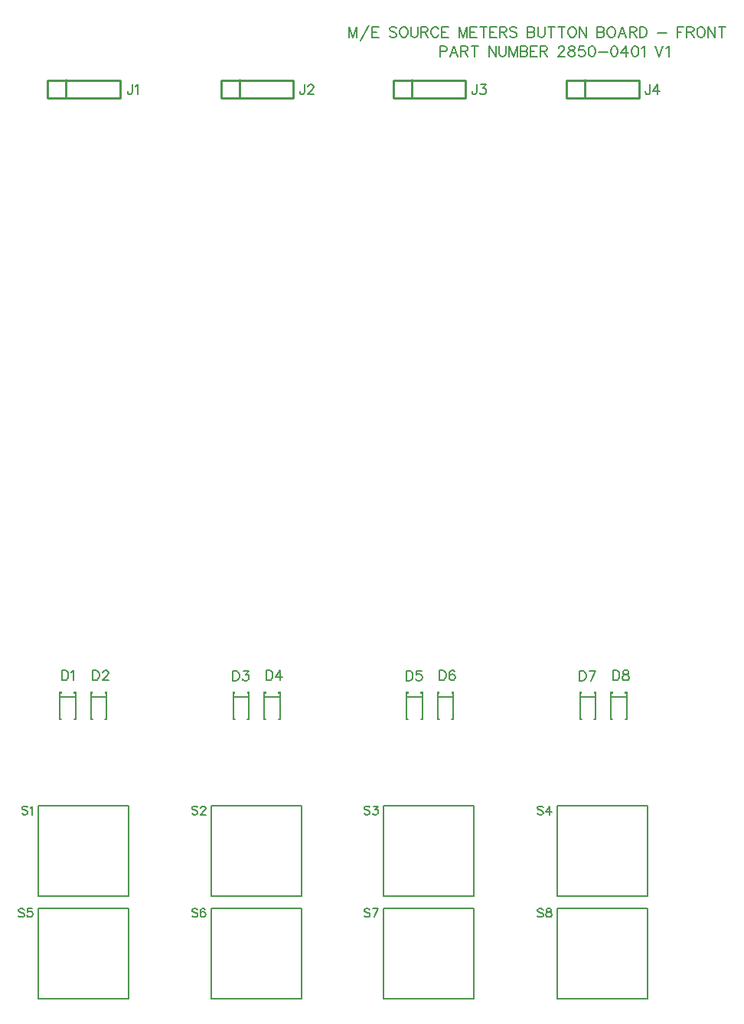
<source format=gto>
G04 Layer: TopSilkscreenLayer*
G04 EasyEDA v6.5.29, 2023-07-18 10:40:53*
G04 4c059b13f8394eaabd7c1ccd551ef848,5a6b42c53f6a479593ecc07194224c93,10*
G04 Gerber Generator version 0.2*
G04 Scale: 100 percent, Rotated: No, Reflected: No *
G04 Dimensions in millimeters *
G04 leading zeros omitted , absolute positions ,4 integer and 5 decimal *
%FSLAX45Y45*%
%MOMM*%

%ADD10C,0.2032*%
%ADD11C,0.1524*%
%ADD12C,0.1999*%
%ADD13C,0.2540*%

%LPD*%
D10*
X4635517Y11572349D02*
G01*
X4635517Y11457795D01*
X4635517Y11572349D02*
G01*
X4679205Y11457795D01*
X4722893Y11572349D02*
G01*
X4679205Y11457795D01*
X4722893Y11572349D02*
G01*
X4722893Y11457795D01*
X4857005Y11594193D02*
G01*
X4758707Y11419441D01*
X4893073Y11572349D02*
G01*
X4893073Y11457795D01*
X4893073Y11572349D02*
G01*
X4963939Y11572349D01*
X4893073Y11517739D02*
G01*
X4936507Y11517739D01*
X4893073Y11457795D02*
G01*
X4963939Y11457795D01*
X5160281Y11555839D02*
G01*
X5149359Y11566761D01*
X5132849Y11572349D01*
X5111259Y11572349D01*
X5094749Y11566761D01*
X5083827Y11555839D01*
X5083827Y11544917D01*
X5089415Y11533995D01*
X5094749Y11528661D01*
X5105671Y11523073D01*
X5138437Y11512405D01*
X5149359Y11506817D01*
X5154693Y11501483D01*
X5160281Y11490561D01*
X5160281Y11474051D01*
X5149359Y11463129D01*
X5132849Y11457795D01*
X5111259Y11457795D01*
X5094749Y11463129D01*
X5083827Y11474051D01*
X5228861Y11572349D02*
G01*
X5217939Y11566761D01*
X5207271Y11555839D01*
X5201683Y11544917D01*
X5196349Y11528661D01*
X5196349Y11501483D01*
X5201683Y11484973D01*
X5207271Y11474051D01*
X5217939Y11463129D01*
X5228861Y11457795D01*
X5250705Y11457795D01*
X5261627Y11463129D01*
X5272549Y11474051D01*
X5278137Y11484973D01*
X5283471Y11501483D01*
X5283471Y11528661D01*
X5278137Y11544917D01*
X5272549Y11555839D01*
X5261627Y11566761D01*
X5250705Y11572349D01*
X5228861Y11572349D01*
X5319539Y11572349D02*
G01*
X5319539Y11490561D01*
X5324873Y11474051D01*
X5335795Y11463129D01*
X5352305Y11457795D01*
X5363227Y11457795D01*
X5379483Y11463129D01*
X5390405Y11474051D01*
X5395993Y11490561D01*
X5395993Y11572349D01*
X5431807Y11572349D02*
G01*
X5431807Y11457795D01*
X5431807Y11572349D02*
G01*
X5481083Y11572349D01*
X5497339Y11566761D01*
X5502673Y11561427D01*
X5508261Y11550505D01*
X5508261Y11539583D01*
X5502673Y11528661D01*
X5497339Y11523073D01*
X5481083Y11517739D01*
X5431807Y11517739D01*
X5470161Y11517739D02*
G01*
X5508261Y11457795D01*
X5626117Y11544917D02*
G01*
X5620529Y11555839D01*
X5609607Y11566761D01*
X5598685Y11572349D01*
X5577095Y11572349D01*
X5566173Y11566761D01*
X5555251Y11555839D01*
X5549663Y11544917D01*
X5544329Y11528661D01*
X5544329Y11501483D01*
X5549663Y11484973D01*
X5555251Y11474051D01*
X5566173Y11463129D01*
X5577095Y11457795D01*
X5598685Y11457795D01*
X5609607Y11463129D01*
X5620529Y11474051D01*
X5626117Y11484973D01*
X5662185Y11572349D02*
G01*
X5662185Y11457795D01*
X5662185Y11572349D02*
G01*
X5733051Y11572349D01*
X5662185Y11517739D02*
G01*
X5705619Y11517739D01*
X5662185Y11457795D02*
G01*
X5733051Y11457795D01*
X5852939Y11572349D02*
G01*
X5852939Y11457795D01*
X5852939Y11572349D02*
G01*
X5896627Y11457795D01*
X5940315Y11572349D02*
G01*
X5896627Y11457795D01*
X5940315Y11572349D02*
G01*
X5940315Y11457795D01*
X5976129Y11572349D02*
G01*
X5976129Y11457795D01*
X5976129Y11572349D02*
G01*
X6047249Y11572349D01*
X5976129Y11517739D02*
G01*
X6019817Y11517739D01*
X5976129Y11457795D02*
G01*
X6047249Y11457795D01*
X6121417Y11572349D02*
G01*
X6121417Y11457795D01*
X6083063Y11572349D02*
G01*
X6159517Y11572349D01*
X6195585Y11572349D02*
G01*
X6195585Y11457795D01*
X6195585Y11572349D02*
G01*
X6266451Y11572349D01*
X6195585Y11517739D02*
G01*
X6239273Y11517739D01*
X6195585Y11457795D02*
G01*
X6266451Y11457795D01*
X6302519Y11572349D02*
G01*
X6302519Y11457795D01*
X6302519Y11572349D02*
G01*
X6351541Y11572349D01*
X6367797Y11566761D01*
X6373385Y11561427D01*
X6378719Y11550505D01*
X6378719Y11539583D01*
X6373385Y11528661D01*
X6367797Y11523073D01*
X6351541Y11517739D01*
X6302519Y11517739D01*
X6340619Y11517739D02*
G01*
X6378719Y11457795D01*
X6491241Y11555839D02*
G01*
X6480319Y11566761D01*
X6463809Y11572349D01*
X6441965Y11572349D01*
X6425709Y11566761D01*
X6414787Y11555839D01*
X6414787Y11544917D01*
X6420121Y11533995D01*
X6425709Y11528661D01*
X6436631Y11523073D01*
X6469397Y11512405D01*
X6480319Y11506817D01*
X6485653Y11501483D01*
X6491241Y11490561D01*
X6491241Y11474051D01*
X6480319Y11463129D01*
X6463809Y11457795D01*
X6441965Y11457795D01*
X6425709Y11463129D01*
X6414787Y11474051D01*
X6611129Y11572349D02*
G01*
X6611129Y11457795D01*
X6611129Y11572349D02*
G01*
X6660151Y11572349D01*
X6676661Y11566761D01*
X6681995Y11561427D01*
X6687583Y11550505D01*
X6687583Y11539583D01*
X6681995Y11528661D01*
X6676661Y11523073D01*
X6660151Y11517739D01*
X6611129Y11517739D02*
G01*
X6660151Y11517739D01*
X6676661Y11512405D01*
X6681995Y11506817D01*
X6687583Y11495895D01*
X6687583Y11479639D01*
X6681995Y11468717D01*
X6676661Y11463129D01*
X6660151Y11457795D01*
X6611129Y11457795D01*
X6723397Y11572349D02*
G01*
X6723397Y11490561D01*
X6728985Y11474051D01*
X6739907Y11463129D01*
X6756163Y11457795D01*
X6767085Y11457795D01*
X6783595Y11463129D01*
X6794517Y11474051D01*
X6799851Y11490561D01*
X6799851Y11572349D01*
X6874019Y11572349D02*
G01*
X6874019Y11457795D01*
X6835919Y11572349D02*
G01*
X6912119Y11572349D01*
X6986541Y11572349D02*
G01*
X6986541Y11457795D01*
X6948187Y11572349D02*
G01*
X7024641Y11572349D01*
X7093221Y11572349D02*
G01*
X7082299Y11566761D01*
X7071631Y11555839D01*
X7066043Y11544917D01*
X7060709Y11528661D01*
X7060709Y11501483D01*
X7066043Y11484973D01*
X7071631Y11474051D01*
X7082299Y11463129D01*
X7093221Y11457795D01*
X7115065Y11457795D01*
X7125987Y11463129D01*
X7136909Y11474051D01*
X7142497Y11484973D01*
X7147831Y11501483D01*
X7147831Y11528661D01*
X7142497Y11544917D01*
X7136909Y11555839D01*
X7125987Y11566761D01*
X7115065Y11572349D01*
X7093221Y11572349D01*
X7183899Y11572349D02*
G01*
X7183899Y11457795D01*
X7183899Y11572349D02*
G01*
X7260353Y11457795D01*
X7260353Y11572349D02*
G01*
X7260353Y11457795D01*
X7380241Y11572349D02*
G01*
X7380241Y11457795D01*
X7380241Y11572349D02*
G01*
X7429263Y11572349D01*
X7445773Y11566761D01*
X7451107Y11561427D01*
X7456695Y11550505D01*
X7456695Y11539583D01*
X7451107Y11528661D01*
X7445773Y11523073D01*
X7429263Y11517739D01*
X7380241Y11517739D02*
G01*
X7429263Y11517739D01*
X7445773Y11512405D01*
X7451107Y11506817D01*
X7456695Y11495895D01*
X7456695Y11479639D01*
X7451107Y11468717D01*
X7445773Y11463129D01*
X7429263Y11457795D01*
X7380241Y11457795D01*
X7525275Y11572349D02*
G01*
X7514353Y11566761D01*
X7503431Y11555839D01*
X7498097Y11544917D01*
X7492509Y11528661D01*
X7492509Y11501483D01*
X7498097Y11484973D01*
X7503431Y11474051D01*
X7514353Y11463129D01*
X7525275Y11457795D01*
X7547119Y11457795D01*
X7558041Y11463129D01*
X7568963Y11474051D01*
X7574297Y11484973D01*
X7579885Y11501483D01*
X7579885Y11528661D01*
X7574297Y11544917D01*
X7568963Y11555839D01*
X7558041Y11566761D01*
X7547119Y11572349D01*
X7525275Y11572349D01*
X7659387Y11572349D02*
G01*
X7615953Y11457795D01*
X7659387Y11572349D02*
G01*
X7703075Y11457795D01*
X7632209Y11495895D02*
G01*
X7686819Y11495895D01*
X7739143Y11572349D02*
G01*
X7739143Y11457795D01*
X7739143Y11572349D02*
G01*
X7788165Y11572349D01*
X7804675Y11566761D01*
X7810009Y11561427D01*
X7815597Y11550505D01*
X7815597Y11539583D01*
X7810009Y11528661D01*
X7804675Y11523073D01*
X7788165Y11517739D01*
X7739143Y11517739D01*
X7777243Y11517739D02*
G01*
X7815597Y11457795D01*
X7851411Y11572349D02*
G01*
X7851411Y11457795D01*
X7851411Y11572349D02*
G01*
X7889765Y11572349D01*
X7906021Y11566761D01*
X7916943Y11555839D01*
X7922531Y11544917D01*
X7927865Y11528661D01*
X7927865Y11501483D01*
X7922531Y11484973D01*
X7916943Y11474051D01*
X7906021Y11463129D01*
X7889765Y11457795D01*
X7851411Y11457795D01*
X8047753Y11506817D02*
G01*
X8146051Y11506817D01*
X8265939Y11572349D02*
G01*
X8265939Y11457795D01*
X8265939Y11572349D02*
G01*
X8337059Y11572349D01*
X8265939Y11517739D02*
G01*
X8309627Y11517739D01*
X8372873Y11572349D02*
G01*
X8372873Y11457795D01*
X8372873Y11572349D02*
G01*
X8422149Y11572349D01*
X8438405Y11566761D01*
X8443993Y11561427D01*
X8449327Y11550505D01*
X8449327Y11539583D01*
X8443993Y11528661D01*
X8438405Y11523073D01*
X8422149Y11517739D01*
X8372873Y11517739D01*
X8411227Y11517739D02*
G01*
X8449327Y11457795D01*
X8518161Y11572349D02*
G01*
X8507239Y11566761D01*
X8496317Y11555839D01*
X8490729Y11544917D01*
X8485395Y11528661D01*
X8485395Y11501483D01*
X8490729Y11484973D01*
X8496317Y11474051D01*
X8507239Y11463129D01*
X8518161Y11457795D01*
X8539751Y11457795D01*
X8550673Y11463129D01*
X8561595Y11474051D01*
X8567183Y11484973D01*
X8572517Y11501483D01*
X8572517Y11528661D01*
X8567183Y11544917D01*
X8561595Y11555839D01*
X8550673Y11566761D01*
X8539751Y11572349D01*
X8518161Y11572349D01*
X8608585Y11572349D02*
G01*
X8608585Y11457795D01*
X8608585Y11572349D02*
G01*
X8685039Y11457795D01*
X8685039Y11572349D02*
G01*
X8685039Y11457795D01*
X8759207Y11572349D02*
G01*
X8759207Y11457795D01*
X8720853Y11572349D02*
G01*
X8797307Y11572349D01*
X5638774Y11360632D02*
G01*
X5638774Y11246078D01*
X5638774Y11360632D02*
G01*
X5687796Y11360632D01*
X5704306Y11355044D01*
X5709640Y11349710D01*
X5715228Y11338788D01*
X5715228Y11322532D01*
X5709640Y11311610D01*
X5704306Y11306022D01*
X5687796Y11300688D01*
X5638774Y11300688D01*
X5794730Y11360632D02*
G01*
X5751042Y11246078D01*
X5794730Y11360632D02*
G01*
X5838418Y11246078D01*
X5767552Y11284178D02*
G01*
X5822162Y11284178D01*
X5874486Y11360632D02*
G01*
X5874486Y11246078D01*
X5874486Y11360632D02*
G01*
X5923508Y11360632D01*
X5939764Y11355044D01*
X5945352Y11349710D01*
X5950686Y11338788D01*
X5950686Y11327866D01*
X5945352Y11316944D01*
X5939764Y11311610D01*
X5923508Y11306022D01*
X5874486Y11306022D01*
X5912586Y11306022D02*
G01*
X5950686Y11246078D01*
X6024854Y11360632D02*
G01*
X6024854Y11246078D01*
X5986754Y11360632D02*
G01*
X6063208Y11360632D01*
X6183096Y11360632D02*
G01*
X6183096Y11246078D01*
X6183096Y11360632D02*
G01*
X6259550Y11246078D01*
X6259550Y11360632D02*
G01*
X6259550Y11246078D01*
X6295618Y11360632D02*
G01*
X6295618Y11278844D01*
X6300952Y11262334D01*
X6311874Y11251412D01*
X6328130Y11246078D01*
X6339052Y11246078D01*
X6355562Y11251412D01*
X6366484Y11262334D01*
X6371818Y11278844D01*
X6371818Y11360632D01*
X6407886Y11360632D02*
G01*
X6407886Y11246078D01*
X6407886Y11360632D02*
G01*
X6451574Y11246078D01*
X6495262Y11360632D02*
G01*
X6451574Y11246078D01*
X6495262Y11360632D02*
G01*
X6495262Y11246078D01*
X6531076Y11360632D02*
G01*
X6531076Y11246078D01*
X6531076Y11360632D02*
G01*
X6580352Y11360632D01*
X6596608Y11355044D01*
X6602196Y11349710D01*
X6607530Y11338788D01*
X6607530Y11327866D01*
X6602196Y11316944D01*
X6596608Y11311610D01*
X6580352Y11306022D01*
X6531076Y11306022D02*
G01*
X6580352Y11306022D01*
X6596608Y11300688D01*
X6602196Y11295100D01*
X6607530Y11284178D01*
X6607530Y11267922D01*
X6602196Y11257000D01*
X6596608Y11251412D01*
X6580352Y11246078D01*
X6531076Y11246078D01*
X6643598Y11360632D02*
G01*
X6643598Y11246078D01*
X6643598Y11360632D02*
G01*
X6714464Y11360632D01*
X6643598Y11306022D02*
G01*
X6687286Y11306022D01*
X6643598Y11246078D02*
G01*
X6714464Y11246078D01*
X6750532Y11360632D02*
G01*
X6750532Y11246078D01*
X6750532Y11360632D02*
G01*
X6799554Y11360632D01*
X6815810Y11355044D01*
X6821398Y11349710D01*
X6826732Y11338788D01*
X6826732Y11327866D01*
X6821398Y11316944D01*
X6815810Y11311610D01*
X6799554Y11306022D01*
X6750532Y11306022D01*
X6788632Y11306022D02*
G01*
X6826732Y11246078D01*
X6952208Y11333200D02*
G01*
X6952208Y11338788D01*
X6957796Y11349710D01*
X6963130Y11355044D01*
X6974052Y11360632D01*
X6995896Y11360632D01*
X7006818Y11355044D01*
X7012152Y11349710D01*
X7017740Y11338788D01*
X7017740Y11327866D01*
X7012152Y11316944D01*
X7001230Y11300688D01*
X6946874Y11246078D01*
X7023074Y11246078D01*
X7086320Y11360632D02*
G01*
X7070064Y11355044D01*
X7064730Y11344122D01*
X7064730Y11333200D01*
X7070064Y11322532D01*
X7080986Y11316944D01*
X7102830Y11311610D01*
X7119086Y11306022D01*
X7130008Y11295100D01*
X7135596Y11284178D01*
X7135596Y11267922D01*
X7130008Y11257000D01*
X7124674Y11251412D01*
X7108164Y11246078D01*
X7086320Y11246078D01*
X7070064Y11251412D01*
X7064730Y11257000D01*
X7059142Y11267922D01*
X7059142Y11284178D01*
X7064730Y11295100D01*
X7075398Y11306022D01*
X7091908Y11311610D01*
X7113752Y11316944D01*
X7124674Y11322532D01*
X7130008Y11333200D01*
X7130008Y11344122D01*
X7124674Y11355044D01*
X7108164Y11360632D01*
X7086320Y11360632D01*
X7236942Y11360632D02*
G01*
X7182332Y11360632D01*
X7176998Y11311610D01*
X7182332Y11316944D01*
X7198842Y11322532D01*
X7215098Y11322532D01*
X7231608Y11316944D01*
X7242530Y11306022D01*
X7247864Y11289766D01*
X7247864Y11278844D01*
X7242530Y11262334D01*
X7231608Y11251412D01*
X7215098Y11246078D01*
X7198842Y11246078D01*
X7182332Y11251412D01*
X7176998Y11257000D01*
X7171410Y11267922D01*
X7316698Y11360632D02*
G01*
X7300188Y11355044D01*
X7289266Y11338788D01*
X7283932Y11311610D01*
X7283932Y11295100D01*
X7289266Y11267922D01*
X7300188Y11251412D01*
X7316698Y11246078D01*
X7327620Y11246078D01*
X7343876Y11251412D01*
X7354798Y11267922D01*
X7360132Y11295100D01*
X7360132Y11311610D01*
X7354798Y11338788D01*
X7343876Y11355044D01*
X7327620Y11360632D01*
X7316698Y11360632D01*
X7396200Y11295100D02*
G01*
X7494498Y11295100D01*
X7563078Y11360632D02*
G01*
X7546822Y11355044D01*
X7535900Y11338788D01*
X7530312Y11311610D01*
X7530312Y11295100D01*
X7535900Y11267922D01*
X7546822Y11251412D01*
X7563078Y11246078D01*
X7574000Y11246078D01*
X7590510Y11251412D01*
X7601432Y11267922D01*
X7606766Y11295100D01*
X7606766Y11311610D01*
X7601432Y11338788D01*
X7590510Y11355044D01*
X7574000Y11360632D01*
X7563078Y11360632D01*
X7697444Y11360632D02*
G01*
X7642834Y11284178D01*
X7724622Y11284178D01*
X7697444Y11360632D02*
G01*
X7697444Y11246078D01*
X7793456Y11360632D02*
G01*
X7776946Y11355044D01*
X7766024Y11338788D01*
X7760690Y11311610D01*
X7760690Y11295100D01*
X7766024Y11267922D01*
X7776946Y11251412D01*
X7793456Y11246078D01*
X7804124Y11246078D01*
X7820634Y11251412D01*
X7831556Y11267922D01*
X7836890Y11295100D01*
X7836890Y11311610D01*
X7831556Y11338788D01*
X7820634Y11355044D01*
X7804124Y11360632D01*
X7793456Y11360632D01*
X7872958Y11338788D02*
G01*
X7883880Y11344122D01*
X7900136Y11360632D01*
X7900136Y11246078D01*
X8020278Y11360632D02*
G01*
X8063966Y11246078D01*
X8107400Y11360632D02*
G01*
X8063966Y11246078D01*
X8143468Y11338788D02*
G01*
X8154390Y11344122D01*
X8170900Y11360632D01*
X8170900Y11246078D01*
D11*
X1079754Y2944876D02*
G01*
X1070610Y2953765D01*
X1056894Y2958337D01*
X1038605Y2958337D01*
X1025144Y2953765D01*
X1016000Y2944876D01*
X1016000Y2935731D01*
X1020571Y2926587D01*
X1025144Y2922015D01*
X1034287Y2917444D01*
X1061465Y2908300D01*
X1070610Y2903981D01*
X1075181Y2899410D01*
X1079754Y2890265D01*
X1079754Y2876550D01*
X1070610Y2867405D01*
X1056894Y2862834D01*
X1038605Y2862834D01*
X1025144Y2867405D01*
X1016000Y2876550D01*
X1109726Y2940304D02*
G01*
X1118615Y2944876D01*
X1132331Y2958337D01*
X1132331Y2862834D01*
X2959354Y2944876D02*
G01*
X2950209Y2953765D01*
X2936493Y2958337D01*
X2918206Y2958337D01*
X2904743Y2953765D01*
X2895600Y2944876D01*
X2895600Y2935731D01*
X2900172Y2926587D01*
X2904743Y2922015D01*
X2913888Y2917444D01*
X2941065Y2908300D01*
X2950209Y2903981D01*
X2954781Y2899410D01*
X2959354Y2890265D01*
X2959354Y2876550D01*
X2950209Y2867405D01*
X2936493Y2862834D01*
X2918206Y2862834D01*
X2904743Y2867405D01*
X2895600Y2876550D01*
X2993897Y2935731D02*
G01*
X2993897Y2940304D01*
X2998215Y2949194D01*
X3002788Y2953765D01*
X3011931Y2958337D01*
X3030220Y2958337D01*
X3039109Y2953765D01*
X3043681Y2949194D01*
X3048254Y2940304D01*
X3048254Y2931160D01*
X3043681Y2922015D01*
X3034791Y2908300D01*
X2989325Y2862834D01*
X3052825Y2862834D01*
X4864354Y2944876D02*
G01*
X4855209Y2953765D01*
X4841493Y2958337D01*
X4823206Y2958337D01*
X4809743Y2953765D01*
X4800600Y2944876D01*
X4800600Y2935731D01*
X4805172Y2926587D01*
X4809743Y2922015D01*
X4818888Y2917444D01*
X4846065Y2908300D01*
X4855209Y2903981D01*
X4859781Y2899410D01*
X4864354Y2890265D01*
X4864354Y2876550D01*
X4855209Y2867405D01*
X4841493Y2862834D01*
X4823206Y2862834D01*
X4809743Y2867405D01*
X4800600Y2876550D01*
X4903215Y2958337D02*
G01*
X4953254Y2958337D01*
X4926075Y2922015D01*
X4939791Y2922015D01*
X4948681Y2917444D01*
X4953254Y2912871D01*
X4957825Y2899410D01*
X4957825Y2890265D01*
X4953254Y2876550D01*
X4944109Y2867405D01*
X4930647Y2862834D01*
X4916931Y2862834D01*
X4903215Y2867405D01*
X4898897Y2871978D01*
X4894325Y2881121D01*
X6782054Y2944876D02*
G01*
X6772909Y2953765D01*
X6759193Y2958337D01*
X6740906Y2958337D01*
X6727443Y2953765D01*
X6718300Y2944876D01*
X6718300Y2935731D01*
X6722872Y2926587D01*
X6727443Y2922015D01*
X6736588Y2917444D01*
X6763765Y2908300D01*
X6772909Y2903981D01*
X6777481Y2899410D01*
X6782054Y2890265D01*
X6782054Y2876550D01*
X6772909Y2867405D01*
X6759193Y2862834D01*
X6740906Y2862834D01*
X6727443Y2867405D01*
X6718300Y2876550D01*
X6857491Y2958337D02*
G01*
X6812025Y2894837D01*
X6880097Y2894837D01*
X6857491Y2958337D02*
G01*
X6857491Y2862834D01*
X1041654Y1814576D02*
G01*
X1032510Y1823465D01*
X1018794Y1828037D01*
X1000505Y1828037D01*
X987044Y1823465D01*
X977900Y1814576D01*
X977900Y1805431D01*
X982471Y1796287D01*
X987044Y1791715D01*
X996187Y1787144D01*
X1023365Y1778000D01*
X1032510Y1773681D01*
X1037081Y1769110D01*
X1041654Y1759965D01*
X1041654Y1746250D01*
X1032510Y1737105D01*
X1018794Y1732534D01*
X1000505Y1732534D01*
X987044Y1737105D01*
X977900Y1746250D01*
X1125981Y1828037D02*
G01*
X1080515Y1828037D01*
X1076197Y1787144D01*
X1080515Y1791715D01*
X1094231Y1796287D01*
X1107947Y1796287D01*
X1121410Y1791715D01*
X1130554Y1782571D01*
X1135126Y1769110D01*
X1135126Y1759965D01*
X1130554Y1746250D01*
X1121410Y1737105D01*
X1107947Y1732534D01*
X1094231Y1732534D01*
X1080515Y1737105D01*
X1076197Y1741678D01*
X1071626Y1750821D01*
X2959354Y1814576D02*
G01*
X2950209Y1823465D01*
X2936493Y1828037D01*
X2918206Y1828037D01*
X2904743Y1823465D01*
X2895600Y1814576D01*
X2895600Y1805431D01*
X2900172Y1796287D01*
X2904743Y1791715D01*
X2913888Y1787144D01*
X2941065Y1778000D01*
X2950209Y1773681D01*
X2954781Y1769110D01*
X2959354Y1759965D01*
X2959354Y1746250D01*
X2950209Y1737105D01*
X2936493Y1732534D01*
X2918206Y1732534D01*
X2904743Y1737105D01*
X2895600Y1746250D01*
X3043681Y1814576D02*
G01*
X3039109Y1823465D01*
X3025647Y1828037D01*
X3016504Y1828037D01*
X3002788Y1823465D01*
X2993897Y1810004D01*
X2989325Y1787144D01*
X2989325Y1764537D01*
X2993897Y1746250D01*
X3002788Y1737105D01*
X3016504Y1732534D01*
X3021075Y1732534D01*
X3034791Y1737105D01*
X3043681Y1746250D01*
X3048254Y1759965D01*
X3048254Y1764537D01*
X3043681Y1778000D01*
X3034791Y1787144D01*
X3021075Y1791715D01*
X3016504Y1791715D01*
X3002788Y1787144D01*
X2993897Y1778000D01*
X2989325Y1764537D01*
X4864354Y1814576D02*
G01*
X4855209Y1823465D01*
X4841493Y1828037D01*
X4823206Y1828037D01*
X4809743Y1823465D01*
X4800600Y1814576D01*
X4800600Y1805431D01*
X4805172Y1796287D01*
X4809743Y1791715D01*
X4818888Y1787144D01*
X4846065Y1778000D01*
X4855209Y1773681D01*
X4859781Y1769110D01*
X4864354Y1759965D01*
X4864354Y1746250D01*
X4855209Y1737105D01*
X4841493Y1732534D01*
X4823206Y1732534D01*
X4809743Y1737105D01*
X4800600Y1746250D01*
X4957825Y1828037D02*
G01*
X4912359Y1732534D01*
X4894325Y1828037D02*
G01*
X4957825Y1828037D01*
X6782054Y1814576D02*
G01*
X6772909Y1823465D01*
X6759193Y1828037D01*
X6740906Y1828037D01*
X6727443Y1823465D01*
X6718300Y1814576D01*
X6718300Y1805431D01*
X6722872Y1796287D01*
X6727443Y1791715D01*
X6736588Y1787144D01*
X6763765Y1778000D01*
X6772909Y1773681D01*
X6777481Y1769110D01*
X6782054Y1759965D01*
X6782054Y1746250D01*
X6772909Y1737105D01*
X6759193Y1732534D01*
X6740906Y1732534D01*
X6727443Y1737105D01*
X6718300Y1746250D01*
X6834631Y1828037D02*
G01*
X6820915Y1823465D01*
X6816597Y1814576D01*
X6816597Y1805431D01*
X6820915Y1796287D01*
X6830059Y1791715D01*
X6848347Y1787144D01*
X6861809Y1782571D01*
X6870954Y1773681D01*
X6875525Y1764537D01*
X6875525Y1750821D01*
X6870954Y1741678D01*
X6866381Y1737105D01*
X6852920Y1732534D01*
X6834631Y1732534D01*
X6820915Y1737105D01*
X6816597Y1741678D01*
X6812025Y1750821D01*
X6812025Y1764537D01*
X6816597Y1773681D01*
X6825488Y1782571D01*
X6839204Y1787144D01*
X6857491Y1791715D01*
X6866381Y1796287D01*
X6870954Y1805431D01*
X6870954Y1814576D01*
X6866381Y1823465D01*
X6852920Y1828037D01*
X6834631Y1828037D01*
X1799336Y4458715D02*
G01*
X1799336Y4349750D01*
X1799336Y4458715D02*
G01*
X1835657Y4458715D01*
X1851152Y4453636D01*
X1861565Y4443221D01*
X1866900Y4432807D01*
X1871979Y4417060D01*
X1871979Y4391152D01*
X1866900Y4375657D01*
X1861565Y4365244D01*
X1851152Y4354829D01*
X1835657Y4349750D01*
X1799336Y4349750D01*
X1911604Y4432807D02*
G01*
X1911604Y4437887D01*
X1916684Y4448302D01*
X1921763Y4453636D01*
X1932177Y4458715D01*
X1953006Y4458715D01*
X1963420Y4453636D01*
X1968754Y4448302D01*
X1973834Y4437887D01*
X1973834Y4427473D01*
X1968754Y4417060D01*
X1958340Y4401565D01*
X1906270Y4349750D01*
X1978913Y4349750D01*
X3348664Y4454598D02*
G01*
X3348664Y4345495D01*
X3348664Y4454598D02*
G01*
X3385032Y4454598D01*
X3400620Y4449404D01*
X3411009Y4439013D01*
X3416206Y4428622D01*
X3421400Y4413034D01*
X3421400Y4387057D01*
X3416206Y4371472D01*
X3411009Y4361080D01*
X3400620Y4350689D01*
X3385032Y4345495D01*
X3348664Y4345495D01*
X3466081Y4454598D02*
G01*
X3523231Y4454598D01*
X3492060Y4413034D01*
X3507646Y4413034D01*
X3518037Y4407839D01*
X3523231Y4402645D01*
X3528428Y4387057D01*
X3528428Y4376666D01*
X3523231Y4361080D01*
X3512840Y4350689D01*
X3497254Y4345495D01*
X3481669Y4345495D01*
X3466081Y4350689D01*
X3460887Y4355884D01*
X3455690Y4366275D01*
X1456436Y4458715D02*
G01*
X1456436Y4349750D01*
X1456436Y4458715D02*
G01*
X1492757Y4458715D01*
X1508252Y4453636D01*
X1518665Y4443221D01*
X1524000Y4432807D01*
X1529079Y4417060D01*
X1529079Y4391152D01*
X1524000Y4375657D01*
X1518665Y4365244D01*
X1508252Y4354829D01*
X1492757Y4349750D01*
X1456436Y4349750D01*
X1563370Y4437887D02*
G01*
X1573784Y4443221D01*
X1589278Y4458715D01*
X1589278Y4349750D01*
X3717038Y4458792D02*
G01*
X3717038Y4349572D01*
X3717038Y4458792D02*
G01*
X3753360Y4458792D01*
X3768854Y4453458D01*
X3779268Y4443044D01*
X3784602Y4432884D01*
X3789682Y4417136D01*
X3789682Y4391228D01*
X3784602Y4375734D01*
X3779268Y4365320D01*
X3768854Y4354906D01*
X3753360Y4349572D01*
X3717038Y4349572D01*
X3876042Y4458792D02*
G01*
X3823972Y4385894D01*
X3901950Y4385894D01*
X3876042Y4458792D02*
G01*
X3876042Y4349572D01*
X5634736Y4458715D02*
G01*
X5634736Y4349750D01*
X5634736Y4458715D02*
G01*
X5671058Y4458715D01*
X5686552Y4453636D01*
X5696965Y4443221D01*
X5702300Y4432807D01*
X5707379Y4417060D01*
X5707379Y4391152D01*
X5702300Y4375657D01*
X5696965Y4365244D01*
X5686552Y4354829D01*
X5671058Y4349750D01*
X5634736Y4349750D01*
X5804154Y4443221D02*
G01*
X5798820Y4453636D01*
X5783325Y4458715D01*
X5772911Y4458715D01*
X5757163Y4453636D01*
X5747004Y4437887D01*
X5741670Y4411979D01*
X5741670Y4386071D01*
X5747004Y4365244D01*
X5757163Y4354829D01*
X5772911Y4349750D01*
X5777991Y4349750D01*
X5793740Y4354829D01*
X5804154Y4365244D01*
X5809234Y4380737D01*
X5809234Y4386071D01*
X5804154Y4401565D01*
X5793740Y4411979D01*
X5777991Y4417060D01*
X5772911Y4417060D01*
X5757163Y4411979D01*
X5747004Y4401565D01*
X5741670Y4386071D01*
X5266436Y4454652D02*
G01*
X5266436Y4345431D01*
X5266436Y4454652D02*
G01*
X5302758Y4454652D01*
X5318252Y4449318D01*
X5328665Y4438904D01*
X5334000Y4428744D01*
X5339079Y4412995D01*
X5339079Y4387087D01*
X5334000Y4371594D01*
X5328665Y4361179D01*
X5318252Y4350765D01*
X5302758Y4345431D01*
X5266436Y4345431D01*
X5435854Y4454652D02*
G01*
X5383784Y4454652D01*
X5378704Y4407915D01*
X5383784Y4412995D01*
X5399277Y4418329D01*
X5415025Y4418329D01*
X5430520Y4412995D01*
X5440934Y4402581D01*
X5446013Y4387087D01*
X5446013Y4376673D01*
X5440934Y4361179D01*
X5430520Y4350765D01*
X5415025Y4345431D01*
X5399277Y4345431D01*
X5383784Y4350765D01*
X5378704Y4355845D01*
X5373370Y4366260D01*
X7552436Y4458715D02*
G01*
X7552436Y4349750D01*
X7552436Y4458715D02*
G01*
X7588758Y4458715D01*
X7604252Y4453636D01*
X7614665Y4443221D01*
X7620000Y4432807D01*
X7625079Y4417060D01*
X7625079Y4391152D01*
X7620000Y4375657D01*
X7614665Y4365244D01*
X7604252Y4354829D01*
X7588758Y4349750D01*
X7552436Y4349750D01*
X7685277Y4458715D02*
G01*
X7669784Y4453636D01*
X7664704Y4443221D01*
X7664704Y4432807D01*
X7669784Y4422394D01*
X7680197Y4417060D01*
X7701025Y4411979D01*
X7716520Y4406900D01*
X7726934Y4396486D01*
X7732013Y4386071D01*
X7732013Y4370323D01*
X7726934Y4359910D01*
X7721854Y4354829D01*
X7706106Y4349750D01*
X7685277Y4349750D01*
X7669784Y4354829D01*
X7664704Y4359910D01*
X7659370Y4370323D01*
X7659370Y4386071D01*
X7664704Y4396486D01*
X7674863Y4406900D01*
X7690611Y4411979D01*
X7711440Y4417060D01*
X7721854Y4422394D01*
X7726934Y4432807D01*
X7726934Y4443221D01*
X7721854Y4453636D01*
X7706106Y4458715D01*
X7685277Y4458715D01*
X7184136Y4454652D02*
G01*
X7184136Y4345431D01*
X7184136Y4454652D02*
G01*
X7220458Y4454652D01*
X7235952Y4449318D01*
X7246365Y4438904D01*
X7251700Y4428744D01*
X7256779Y4412995D01*
X7256779Y4387087D01*
X7251700Y4371594D01*
X7246365Y4361179D01*
X7235952Y4350765D01*
X7220458Y4345431D01*
X7184136Y4345431D01*
X7363713Y4454652D02*
G01*
X7311897Y4345431D01*
X7291070Y4454652D02*
G01*
X7363713Y4454652D01*
X4141355Y10935738D02*
G01*
X4141355Y10852612D01*
X4136158Y10837024D01*
X4130964Y10831829D01*
X4120573Y10826635D01*
X4110182Y10826635D01*
X4099791Y10831829D01*
X4094594Y10837024D01*
X4089400Y10852612D01*
X4089400Y10863003D01*
X4180840Y10909762D02*
G01*
X4180840Y10914956D01*
X4186034Y10925347D01*
X4191231Y10930544D01*
X4201622Y10935738D01*
X4222404Y10935738D01*
X4232795Y10930544D01*
X4237990Y10925347D01*
X4243184Y10914956D01*
X4243184Y10904565D01*
X4237990Y10894174D01*
X4227598Y10878588D01*
X4175645Y10826635D01*
X4248381Y10826635D01*
X6046381Y10935733D02*
G01*
X6046381Y10852607D01*
X6041184Y10837019D01*
X6035989Y10831824D01*
X6025598Y10826630D01*
X6015207Y10826630D01*
X6004816Y10831824D01*
X5999619Y10837019D01*
X5994425Y10852607D01*
X5994425Y10862998D01*
X6091059Y10935733D02*
G01*
X6148209Y10935733D01*
X6117038Y10894169D01*
X6132624Y10894169D01*
X6143015Y10888974D01*
X6148209Y10883780D01*
X6153406Y10868192D01*
X6153406Y10857801D01*
X6148209Y10842216D01*
X6137821Y10831824D01*
X6122233Y10826630D01*
X6106647Y10826630D01*
X6091059Y10831824D01*
X6085865Y10837019D01*
X6080671Y10847410D01*
X7964081Y10935733D02*
G01*
X7964081Y10852607D01*
X7958884Y10837019D01*
X7953689Y10831824D01*
X7943298Y10826630D01*
X7932907Y10826630D01*
X7922516Y10831824D01*
X7917319Y10837019D01*
X7912125Y10852607D01*
X7912125Y10862998D01*
X8050324Y10935733D02*
G01*
X7998371Y10862998D01*
X8076300Y10862998D01*
X8050324Y10935733D02*
G01*
X8050324Y10826630D01*
X2236391Y10935743D02*
G01*
X2236391Y10852617D01*
X2231194Y10837029D01*
X2226000Y10831835D01*
X2215608Y10826640D01*
X2205217Y10826640D01*
X2194826Y10831835D01*
X2189629Y10837029D01*
X2184435Y10852617D01*
X2184435Y10863008D01*
X2270681Y10914961D02*
G01*
X2281069Y10920158D01*
X2296657Y10935743D01*
X2296657Y10826640D01*
G36*
X1931619Y4227474D02*
G01*
X1931619Y4196994D01*
X1961134Y4196994D01*
X1961134Y4227474D01*
G37*
G36*
X1772666Y4227474D02*
G01*
X1772666Y4196994D01*
X1802180Y4196994D01*
X1802180Y4227474D01*
G37*
G36*
X3506419Y4227474D02*
G01*
X3506419Y4196994D01*
X3535934Y4196994D01*
X3535934Y4227474D01*
G37*
G36*
X3347465Y4227474D02*
G01*
X3347465Y4196994D01*
X3376980Y4196994D01*
X3376980Y4227474D01*
G37*
G36*
X1588719Y4227474D02*
G01*
X1588719Y4196994D01*
X1618234Y4196994D01*
X1618234Y4227474D01*
G37*
G36*
X1429766Y4227474D02*
G01*
X1429766Y4196994D01*
X1459280Y4196994D01*
X1459280Y4227474D01*
G37*
G36*
X3849319Y4227474D02*
G01*
X3849319Y4196994D01*
X3878834Y4196994D01*
X3878834Y4227474D01*
G37*
G36*
X3690365Y4227474D02*
G01*
X3690365Y4196994D01*
X3719880Y4196994D01*
X3719880Y4227474D01*
G37*
G36*
X5767019Y4227474D02*
G01*
X5767019Y4196994D01*
X5796534Y4196994D01*
X5796534Y4227474D01*
G37*
G36*
X5608066Y4227474D02*
G01*
X5608066Y4196994D01*
X5637580Y4196994D01*
X5637580Y4227474D01*
G37*
G36*
X5424119Y4227474D02*
G01*
X5424119Y4196994D01*
X5453634Y4196994D01*
X5453634Y4227474D01*
G37*
G36*
X5265166Y4227474D02*
G01*
X5265166Y4196994D01*
X5294680Y4196994D01*
X5294680Y4227474D01*
G37*
G36*
X7684770Y4227474D02*
G01*
X7684770Y4196994D01*
X7714234Y4196994D01*
X7714234Y4227474D01*
G37*
G36*
X7525766Y4227474D02*
G01*
X7525766Y4196994D01*
X7555280Y4196994D01*
X7555280Y4227474D01*
G37*
G36*
X7341870Y4227474D02*
G01*
X7341870Y4196994D01*
X7371334Y4196994D01*
X7371334Y4227474D01*
G37*
G36*
X7182866Y4227474D02*
G01*
X7182866Y4196994D01*
X7212380Y4196994D01*
X7212380Y4227474D01*
G37*
D12*
X1194307Y2960115D02*
G01*
X1194307Y1960118D01*
X2194306Y1960118D01*
X2194306Y2960115D01*
X1194307Y2960115D01*
X3112008Y2960115D02*
G01*
X3112008Y1960118D01*
X4112006Y1960118D01*
X4112006Y2960115D01*
X3112008Y2960115D01*
X5017008Y2960115D02*
G01*
X5017008Y1960118D01*
X6017006Y1960118D01*
X6017006Y2960115D01*
X5017008Y2960115D01*
X6934708Y2960115D02*
G01*
X6934708Y1960118D01*
X7934706Y1960118D01*
X7934706Y2960115D01*
X6934708Y2960115D01*
X1194307Y1829815D02*
G01*
X1194307Y829818D01*
X2194306Y829818D01*
X2194306Y1829815D01*
X1194307Y1829815D01*
X3112008Y1829815D02*
G01*
X3112008Y829818D01*
X4112006Y829818D01*
X4112006Y1829815D01*
X3112008Y1829815D01*
X5017008Y1829815D02*
G01*
X5017008Y829818D01*
X6017006Y829818D01*
X6017006Y1829815D01*
X5017008Y1829815D01*
X6934708Y1829815D02*
G01*
X6934708Y829818D01*
X7934706Y829818D01*
X7934706Y1829815D01*
X6934708Y1829815D01*
D11*
X1953519Y4204619D02*
G01*
X1953519Y3923380D01*
X1953519Y3923380D02*
G01*
X1936719Y3923380D01*
X1780280Y4204619D02*
G01*
X1780280Y3923380D01*
X1780280Y3923380D02*
G01*
X1797080Y3923380D01*
X1953519Y4168929D02*
G01*
X1780280Y4168929D01*
X3528319Y4204619D02*
G01*
X3528319Y3923380D01*
X3528319Y3923380D02*
G01*
X3511519Y3923380D01*
X3355080Y4204619D02*
G01*
X3355080Y3923380D01*
X3355080Y3923380D02*
G01*
X3371880Y3923380D01*
X3528319Y4168929D02*
G01*
X3355080Y4168929D01*
X1610619Y4204619D02*
G01*
X1610619Y3923380D01*
X1610619Y3923380D02*
G01*
X1593819Y3923380D01*
X1437380Y4204619D02*
G01*
X1437380Y3923380D01*
X1437380Y3923380D02*
G01*
X1454180Y3923380D01*
X1610619Y4168929D02*
G01*
X1437380Y4168929D01*
X3871221Y4204619D02*
G01*
X3871221Y3923380D01*
X3871221Y3923380D02*
G01*
X3854422Y3923380D01*
X3697983Y4204619D02*
G01*
X3697983Y3923380D01*
X3697983Y3923380D02*
G01*
X3714783Y3923380D01*
X3871221Y4168929D02*
G01*
X3697983Y4168929D01*
X5788924Y4204619D02*
G01*
X5788924Y3923380D01*
X5788924Y3923380D02*
G01*
X5772124Y3923380D01*
X5615686Y4204619D02*
G01*
X5615686Y3923380D01*
X5615686Y3923380D02*
G01*
X5632485Y3923380D01*
X5788924Y4168929D02*
G01*
X5615686Y4168929D01*
X5446021Y4204619D02*
G01*
X5446021Y3923380D01*
X5446021Y3923380D02*
G01*
X5429222Y3923380D01*
X5272783Y4204619D02*
G01*
X5272783Y3923380D01*
X5272783Y3923380D02*
G01*
X5289583Y3923380D01*
X5446021Y4168929D02*
G01*
X5272783Y4168929D01*
X7706626Y4204619D02*
G01*
X7706626Y3923380D01*
X7706626Y3923380D02*
G01*
X7689827Y3923380D01*
X7533388Y4204619D02*
G01*
X7533388Y3923380D01*
X7533388Y3923380D02*
G01*
X7550188Y3923380D01*
X7706626Y4168929D02*
G01*
X7533388Y4168929D01*
X7363724Y4204619D02*
G01*
X7363724Y3923380D01*
X7363724Y3923380D02*
G01*
X7346924Y3923380D01*
X7190486Y4204619D02*
G01*
X7190486Y3923380D01*
X7190486Y3923380D02*
G01*
X7207285Y3923380D01*
X7363724Y4168929D02*
G01*
X7190486Y4168929D01*
D13*
X3422599Y10985500D02*
G01*
X3422599Y10795000D01*
X3219500Y10983899D02*
G01*
X4019499Y10983899D01*
X4019499Y10783900D01*
X3219500Y10783900D01*
X3219500Y10983899D01*
X5327599Y10985500D02*
G01*
X5327599Y10795000D01*
X5124500Y10983899D02*
G01*
X5924499Y10983899D01*
X5924499Y10783900D01*
X5124500Y10783900D01*
X5124500Y10983899D01*
X7245299Y10985500D02*
G01*
X7245299Y10795000D01*
X7042200Y10983899D02*
G01*
X7842199Y10983899D01*
X7842199Y10783900D01*
X7042200Y10783900D01*
X7042200Y10983899D01*
X1504899Y10985500D02*
G01*
X1504899Y10795000D01*
X1301800Y10983899D02*
G01*
X2101799Y10983899D01*
X2101799Y10783900D01*
X1301800Y10783900D01*
X1301800Y10983899D01*
M02*

</source>
